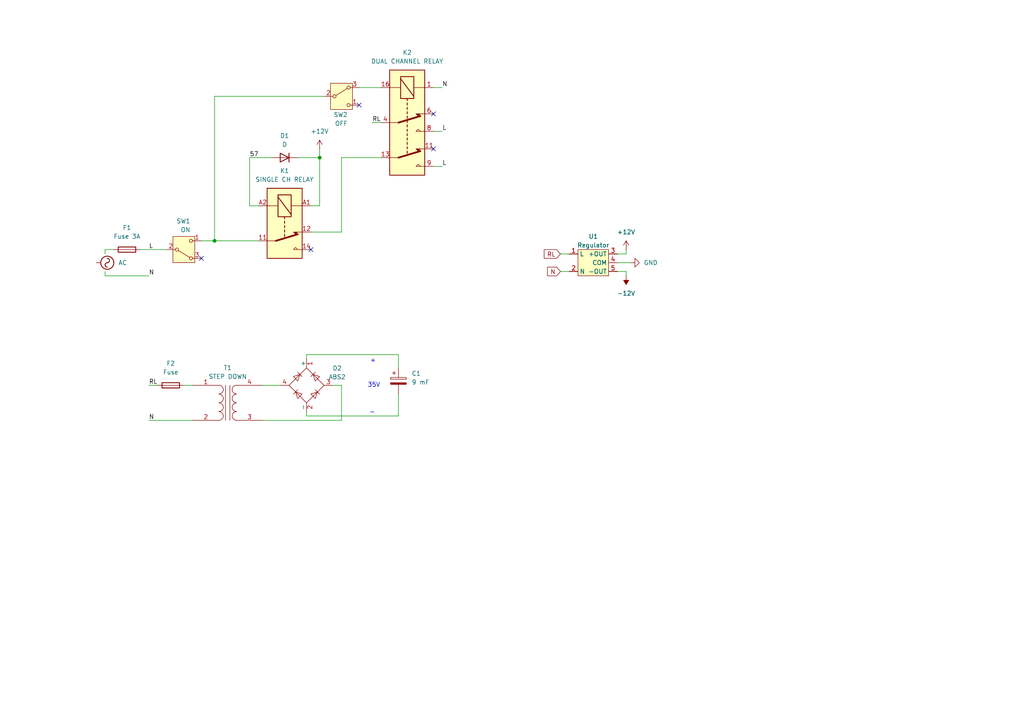
<source format=kicad_sch>
(kicad_sch (version 20231120) (generator "eeschema") (generator_version "8.0")
  (paper "A4")
  (lib_symbols
    (symbol "Device:C_Polarized" (pin_numbers hide) (pin_names (offset 0.254))
      (property "Reference" "C" (at 0.635 2.54 0))
      (property "Value" "C_Polarized" (at 0.635 -2.54 0))
      (symbol "C_Polarized_0_1"
        (rectangle (start -2.286 0.508) (end 2.286 1.016))
        (polyline (pts (xy -1.778 2.286) (xy -0.762 2.286)))
        (polyline (pts (xy -1.27 2.794) (xy -1.27 1.778)))
        (rectangle (start 2.286 -0.508) (end -2.286 -1.016) (fill (type outline)))
      )
      (symbol "C_Polarized_1_1"
        (pin passive line (at 0 3.81 270) (length 2.794) (name "~") (number "1"))
        (pin passive line (at 0 -3.81 90) (length 2.794) (name "~") (number "2"))
      )
    )
    (symbol "Device:D" (pin_numbers hide) (pin_names (offset 1.016) hide)
      (property "Reference" "D" (at 0 2.54 0))
      (property "Value" "D" (at 0 -2.54 0))
      (symbol "D_0_1"
        (polyline (pts (xy -1.27 1.27) (xy -1.27 -1.27)) (stroke (width 0.254)))
        (polyline (pts (xy 1.27 0) (xy -1.27 0)))
        (polyline (pts (xy 1.27 1.27) (xy 1.27 -1.27) (xy -1.27 0) (xy 1.27 1.27)) (stroke (width 0.254)))
      )
      (symbol "D_1_1"
        (pin passive line (at -3.81 0 0) (length 2.54) (name "K") (number "1"))
        (pin passive line (at 3.81 0 180) (length 2.54) (name "A") (number "2"))
      )
    )
    (symbol "Device:Fuse" (pin_numbers hide) (pin_names (offset 0))
      (property "Reference" "F" (at 2.032 0 90))
      (property "Value" "Fuse" (at -1.905 0 90))
      (symbol "Fuse_0_1"
        (rectangle (start -0.762 -2.54) (end 0.762 2.54) (stroke (width 0.254)))
        (polyline (pts (xy 0 2.54) (xy 0 -2.54)))
      )
      (symbol "Fuse_1_1"
        (pin passive line (at 0 3.81 270) (length 1.27) (name "~") (number "1"))
        (pin passive line (at 0 -3.81 90) (length 1.27) (name "~") (number "2"))
      )
    )
    (symbol "Device:Transformer_1P_1S" (pin_names (offset 1.016) hide)
      (property "Reference" "T" (at 0 6.35 0))
      (property "Value" "Transformer_1P_1S" (at 0 -7.62 0))
      (symbol "Transformer_1P_1S_0_1"
        (arc (start -2.54 -5.0546) (mid -1.6599 -4.6901) (end -1.27 -3.81))
        (arc (start -2.54 -2.5146) (mid -1.6599 -2.1501) (end -1.27 -1.27))
        (arc (start -2.54 0.0254) (mid -1.6599 0.3899) (end -1.27 1.27))
        (arc (start -2.54 2.5654) (mid -1.6599 2.9299) (end -1.27 3.81))
        (arc (start -1.27 -3.81) (mid -1.642 -2.912) (end -2.54 -2.54))
        (arc (start -1.27 -1.27) (mid -1.642 -0.372) (end -2.54 0))
        (arc (start -1.27 1.27) (mid -1.642 2.168) (end -2.54 2.54))
        (arc (start -1.27 3.81) (mid -1.642 4.708) (end -2.54 5.08))
        (polyline (pts (xy -0.635 5.08) (xy -0.635 -5.08)))
        (polyline (pts (xy 0.635 -5.08) (xy 0.635 5.08)))
        (arc (start 1.2954 -1.27) (mid 1.6599 -2.1501) (end 2.54 -2.5146))
        (arc (start 1.2954 1.27) (mid 1.6599 0.3899) (end 2.54 0.0254))
        (arc (start 1.2954 3.81) (mid 1.6599 2.9299) (end 2.54 2.5654))
        (arc (start 1.3208 -3.81) (mid 1.6853 -4.6901) (end 2.5654 -5.0546))
        (arc (start 2.54 0) (mid 1.642 -0.372) (end 1.2954 -1.27))
        (arc (start 2.54 2.54) (mid 1.642 2.168) (end 1.2954 1.27))
        (arc (start 2.54 5.08) (mid 1.642 4.708) (end 1.2954 3.81))
        (arc (start 2.5654 -2.54) (mid 1.6674 -2.912) (end 1.3208 -3.81))
      )
      (symbol "Transformer_1P_1S_1_1"
        (pin passive line (at -10.16 5.08 0) (length 7.62) (name "AA") (number "1"))
        (pin passive line (at -10.16 -5.08 0) (length 7.62) (name "AB") (number "2"))
        (pin passive line (at 10.16 -5.08 180) (length 7.62) (name "SA") (number "3"))
        (pin passive line (at 10.16 5.08 180) (length 7.62) (name "SB") (number "4"))
      )
    )
    (symbol "Diode_Bridge:ABS2" (pin_names (offset 0))
      (property "Reference" "D" (at 2.54 6.985 0))
      (property "Value" "ABS2" (at 2.54 5.08 0))
      (symbol "ABS2_0_1"
        (polyline (pts (xy -2.54 3.81) (xy -1.27 2.54)))
        (polyline (pts (xy -1.27 -2.54) (xy -2.54 -3.81)))
        (polyline (pts (xy 2.54 -1.27) (xy 3.81 -2.54)))
        (polyline (pts (xy 2.54 1.27) (xy 3.81 2.54)))
        (polyline (pts (xy -3.81 2.54) (xy -2.54 1.27) (xy -1.905 3.175) (xy -3.81 2.54)))
        (polyline (pts (xy -2.54 -1.27) (xy -3.81 -2.54) (xy -1.905 -3.175) (xy -2.54 -1.27)))
        (polyline (pts (xy 1.27 2.54) (xy 2.54 3.81) (xy 3.175 1.905) (xy 1.27 2.54)))
        (polyline (pts (xy 3.175 -1.905) (xy 1.27 -2.54) (xy 2.54 -3.81) (xy 3.175 -1.905)))
        (polyline (pts (xy -5.08 0) (xy 0 -5.08) (xy 5.08 0) (xy 0 5.08) (xy -5.08 0)))
      )
      (symbol "ABS2_1_1"
        (pin passive line (at 7.62 0 180) (length 2.54) (name "+") (number "1"))
        (pin passive line (at -7.62 0 0) (length 2.54) (name "-") (number "2"))
        (pin passive line (at 0 -7.62 90) (length 2.54) (name "~") (number "3"))
        (pin passive line (at 0 7.62 270) (length 2.54) (name "~") (number "4"))
      )
    )
    (symbol "Relay:Fujitsu_FTR-LYCA005x"
      (property "Reference" "K" (at 11.43 3.81 0))
      (property "Value" "Fujitsu_FTR-LYCA005x" (at 11.43 1.27 0))
      (symbol "Fujitsu_FTR-LYCA005x_0_0"
        (polyline (pts (xy 7.62 5.08) (xy 7.62 2.54) (xy 6.985 3.175) (xy 7.62 3.81)))
      )
      (symbol "Fujitsu_FTR-LYCA005x_0_1"
        (rectangle (start -10.16 5.08) (end 10.16 -5.08) (stroke (width 0.254)) (fill (type background)))
        (rectangle (start -8.255 1.905) (end -1.905 -1.905) (stroke (width 0.254)))
        (polyline (pts (xy -7.62 -1.905) (xy -2.54 1.905)) (stroke (width 0.254)))
        (polyline (pts (xy -5.08 -5.08) (xy -5.08 -1.905)))
        (polyline (pts (xy -5.08 5.08) (xy -5.08 1.905)))
        (polyline (pts (xy -1.905 0) (xy -1.27 0)) (stroke (width 0.254)))
        (polyline (pts (xy -0.635 0) (xy 0 0)) (stroke (width 0.254)))
        (polyline (pts (xy 0.635 0) (xy 1.27 0)) (stroke (width 0.254)))
        (polyline (pts (xy 1.905 0) (xy 2.54 0)) (stroke (width 0.254)))
        (polyline (pts (xy 3.175 0) (xy 3.81 0)) (stroke (width 0.254)))
        (polyline (pts (xy 5.08 -2.54) (xy 3.175 3.81)) (stroke (width 0.508)))
        (polyline (pts (xy 5.08 -2.54) (xy 5.08 -5.08)))
        (polyline (pts (xy 2.54 5.08) (xy 2.54 2.54) (xy 3.175 3.175) (xy 2.54 3.81)) (fill (type outline)))
      )
      (symbol "Fujitsu_FTR-LYCA005x_1_1"
        (pin passive line (at 5.08 -7.62 90) (length 2.54) (name "~") (number "11"))
        (pin passive line (at 2.54 7.62 270) (length 2.54) (name "~") (number "12"))
        (pin passive line (at 7.62 7.62 270) (length 2.54) (name "~") (number "14"))
        (pin passive line (at -5.08 7.62 270) (length 2.54) (name "~") (number "A1"))
        (pin passive line (at -5.08 -7.62 90) (length 2.54) (name "~") (number "A2"))
      )
    )
    (symbol "Relay:G5V-2"
      (property "Reference" "K" (at 16.51 3.81 0))
      (property "Value" "G5V-2" (at 16.51 1.27 0))
      (symbol "G5V-2_0_1"
        (rectangle (start -15.24 5.08) (end 15.24 -5.08) (stroke (width 0.254)) (fill (type background)))
        (rectangle (start -13.335 1.905) (end -6.985 -1.905) (stroke (width 0.254)))
        (polyline (pts (xy -12.7 -1.905) (xy -7.62 1.905)) (stroke (width 0.254)))
        (polyline (pts (xy -10.16 -5.08) (xy -10.16 -1.905)))
        (polyline (pts (xy -10.16 5.08) (xy -10.16 1.905)))
        (polyline (pts (xy -6.985 0) (xy -6.35 0)) (stroke (width 0.254)))
        (polyline (pts (xy -5.715 0) (xy -5.08 0)) (stroke (width 0.254)))
        (polyline (pts (xy -4.445 0) (xy -3.81 0)) (stroke (width 0.254)))
        (polyline (pts (xy -3.175 0) (xy -2.54 0)) (stroke (width 0.254)))
        (polyline (pts (xy -1.905 0) (xy -1.27 0)) (stroke (width 0.254)))
        (polyline (pts (xy -0.635 0) (xy 0 0)) (stroke (width 0.254)))
        (polyline (pts (xy 0 -2.54) (xy -1.905 3.81)) (stroke (width 0.508)))
        (polyline (pts (xy 0 -2.54) (xy 0 -5.08)))
        (polyline (pts (xy 0.635 0) (xy 1.27 0)) (stroke (width 0.254)))
        (polyline (pts (xy 1.905 0) (xy 2.54 0)) (stroke (width 0.254)))
        (polyline (pts (xy 3.175 0) (xy 3.81 0)) (stroke (width 0.254)))
        (polyline (pts (xy 4.445 0) (xy 5.08 0)) (stroke (width 0.254)))
        (polyline (pts (xy 5.715 0) (xy 6.35 0)) (stroke (width 0.254)))
        (polyline (pts (xy 6.985 0) (xy 7.62 0)) (stroke (width 0.254)))
        (polyline (pts (xy 8.255 0) (xy 8.89 0)) (stroke (width 0.254)))
        (polyline (pts (xy 10.16 -2.54) (xy 8.255 3.81)) (stroke (width 0.508)))
        (polyline (pts (xy 10.16 -2.54) (xy 10.16 -5.08)))
        (polyline (pts (xy -2.54 5.08) (xy -2.54 2.54) (xy -1.905 3.175) (xy -2.54 3.81)) (fill (type outline)))
        (polyline (pts (xy 2.54 5.08) (xy 2.54 2.54) (xy 1.905 3.175) (xy 2.54 3.81)))
        (polyline (pts (xy 7.62 5.08) (xy 7.62 2.54) (xy 8.255 3.175) (xy 7.62 3.81)) (fill (type outline)))
        (polyline (pts (xy 12.7 5.08) (xy 12.7 2.54) (xy 12.065 3.175) (xy 12.7 3.81)))
      )
      (symbol "G5V-2_1_1"
        (pin passive line (at -10.16 7.62 270) (length 2.54) (name "~") (number "1"))
        (pin passive line (at 7.62 7.62 270) (length 2.54) (name "~") (number "11"))
        (pin passive line (at 10.16 -7.62 90) (length 2.54) (name "~") (number "13"))
        (pin passive line (at -10.16 -7.62 90) (length 2.54) (name "~") (number "16"))
        (pin passive line (at 0 -7.62 90) (length 2.54) (name "~") (number "4"))
        (pin passive line (at -2.54 7.62 270) (length 2.54) (name "~") (number "6"))
        (pin passive line (at 2.54 7.62 270) (length 2.54) (name "~") (number "8"))
        (pin passive line (at 12.7 7.62 270) (length 2.54) (name "~") (number "9"))
      )
    )
    (symbol "Switch:SW_Nidec_CAS-120A1" (pin_names (offset 1) hide)
      (property "Reference" "SW" (at 0 4.318 0))
      (property "Value" "SW_Nidec_CAS-120A1" (at 0 -5.08 0))
      (symbol "SW_Nidec_CAS-120A1_0_1"
        (circle (center -2.032 0) (radius 0.4572))
        (polyline (pts (xy -1.651 0.254) (xy 1.651 2.286)))
        (circle (center 2.032 -2.54) (radius 0.4572))
        (circle (center 2.032 2.54) (radius 0.4572))
      )
      (symbol "SW_Nidec_CAS-120A1_1_1"
        (rectangle (start -3.175 3.81) (end 3.175 -3.81) (fill (type background)))
        (pin passive line (at 5.08 -2.54 180) (length 2.54) (name "C") (number "1"))
        (pin passive line (at -5.08 0 0) (length 2.54) (name "B") (number "2"))
        (pin passive line (at 5.08 2.54 180) (length 2.54) (name "A") (number "3"))
      )
    )
    (symbol "ecp:Regulator"
      (property "Reference" "U" (at 0 2.794 0))
      (symbol "Regulator_1_1"
        (rectangle (start -3.81 1.27) (end 5.08 -6.35) (fill (type background)))
        (pin input line (at -6.35 0 0) (length 2.54) (name "L") (number "1"))
        (pin input line (at -6.35 -5.08 0) (length 2.54) (name "N") (number "2"))
        (pin output line (at 7.62 0 180) (length 2.54) (name "+OUT") (number "3"))
        (pin output line (at 7.62 -2.54 180) (length 2.54) (name "COM") (number "4"))
        (pin output line (at 7.62 -5.08 180) (length 2.54) (name "-OUT") (number "5"))
      )
    )
    (symbol "power:+12V" (power) (pin_numbers hide) (pin_names (offset 0) hide)
      (property "Value" "+12V" (at 0 3.556 0))
      (symbol "+12V_0_1"
        (polyline (pts (xy -0.762 1.27) (xy 0 2.54)))
        (polyline (pts (xy 0 0) (xy 0 2.54)))
        (polyline (pts (xy 0 2.54) (xy 0.762 1.27)))
      )
      (symbol "+12V_1_1"
        (pin power_in line (at 0 0 90) (length 0) (name "~") (number "1"))
      )
    )
    (symbol "power:-12V" (power) (pin_numbers hide) (pin_names (offset 0) hide)
      (property "Value" "-12V" (at 0 3.556 0))
      (symbol "-12V_0_0"
        (pin power_in line (at 0 0 90) (length 0) (name "~") (number "1"))
      )
      (symbol "-12V_0_1"
        (polyline (pts (xy 0 0) (xy 0 1.27) (xy 0.762 1.27) (xy 0 2.54) (xy -0.762 1.27) (xy 0 1.27)) (fill (type outline)))
      )
    )
    (symbol "power:AC" (power) (pin_numbers hide) (pin_names (offset 0) hide)
      (property "Value" "AC" (at 0 6.35 0))
      (symbol "AC_0_1"
        (polyline (pts (xy 0 0) (xy 0 1.27)))
        (arc (start 0 3.175) (mid -0.635 3.8073) (end -1.27 3.175) (stroke (width 0.254)))
        (arc (start 0 3.175) (mid 0.635 2.5427) (end 1.27 3.175) (stroke (width 0.254)))
        (circle (center 0 3.175) (radius 1.905) (stroke (width 0.254)))
      )
      (symbol "AC_1_1"
        (pin power_in line (at 0 0 90) (length 0) (name "~") (number "1"))
      )
    )
    (symbol "power:GND" (power) (pin_numbers hide) (pin_names (offset 0) hide)
      (property "Value" "GND" (at 0 -3.81 0))
      (symbol "GND_0_1"
        (polyline (pts (xy 0 0) (xy 0 -1.27) (xy 1.27 -1.27) (xy 0 -2.54) (xy -1.27 -1.27) (xy 0 -1.27)))
      )
      (symbol "GND_1_1"
        (pin power_in line (at 0 0 270) (length 0) (name "~") (number "1"))
      )
    )
  )
  (junction (at 62.23 69.85))
  (junction (at 92.71 45.72))
  (no_connect (at 125.73 43.18))
  (no_connect (at 58.42 74.93))
  (no_connect (at 125.73 33.02))
  (no_connect (at 104.14 30.48))
  (no_connect (at 90.17 72.39))
  (wire (pts (xy 162.56 78.74) (xy 165.1 78.74)))
  (wire (pts (xy 40.64 72.39) (xy 48.26 72.39)))
  (wire (pts (xy 30.48 78.74) (xy 30.48 80.01)))
  (wire (pts (xy 33.02 72.39) (xy 30.48 72.39)))
  (wire (pts (xy 179.07 76.2) (xy 182.88 76.2)))
  (wire (pts (xy 62.23 69.85) (xy 74.93 69.85)))
  (wire (pts (xy 115.57 120.65) (xy 115.57 114.3)))
  (wire (pts (xy 58.42 69.85) (xy 62.23 69.85)))
  (wire (pts (xy 76.2 121.92) (xy 99.06 121.92)))
  (wire (pts (xy 96.52 111.76) (xy 99.06 111.76)))
  (wire (pts (xy 115.57 106.68) (xy 115.57 102.87)))
  (wire (pts (xy 88.9 119.38) (xy 88.9 120.65)))
  (wire (pts (xy 104.14 25.4) (xy 110.49 25.4)))
  (wire (pts (xy 110.49 45.72) (xy 99.06 45.72)))
  (wire (pts (xy 125.73 48.26) (xy 128.27 48.26)))
  (wire (pts (xy 181.61 80.01) (xy 181.61 78.74)))
  (wire (pts (xy 99.06 67.31) (xy 90.17 67.31)))
  (wire (pts (xy 99.06 45.72) (xy 99.06 67.31)))
  (wire (pts (xy 125.73 38.1) (xy 128.27 38.1)))
  (wire (pts (xy 88.9 102.87) (xy 88.9 104.14)))
  (wire (pts (xy 181.61 72.39) (xy 181.61 73.66)))
  (wire (pts (xy 107.95 35.56) (xy 110.49 35.56)))
  (wire (pts (xy 62.23 27.94) (xy 62.23 69.85)))
  (wire (pts (xy 43.18 80.01) (xy 30.48 80.01)))
  (wire (pts (xy 76.2 111.76) (xy 81.28 111.76)))
  (wire (pts (xy 72.39 59.69) (xy 74.93 59.69)))
  (wire (pts (xy 99.06 111.76) (xy 99.06 121.92)))
  (wire (pts (xy 181.61 78.74) (xy 179.07 78.74)))
  (wire (pts (xy 92.71 59.69) (xy 90.17 59.69)))
  (wire (pts (xy 86.36 45.72) (xy 92.71 45.72)))
  (wire (pts (xy 72.39 45.72) (xy 78.74 45.72)))
  (wire (pts (xy 88.9 120.65) (xy 115.57 120.65)))
  (wire (pts (xy 92.71 45.72) (xy 92.71 59.69)))
  (wire (pts (xy 88.9 102.87) (xy 115.57 102.87)))
  (wire (pts (xy 92.71 43.18) (xy 92.71 45.72)))
  (wire (pts (xy 30.48 72.39) (xy 30.48 73.66)))
  (wire (pts (xy 43.18 121.92) (xy 55.88 121.92)))
  (wire (pts (xy 181.61 73.66) (xy 179.07 73.66)))
  (wire (pts (xy 43.18 111.76) (xy 45.72 111.76)))
  (wire (pts (xy 53.34 111.76) (xy 55.88 111.76)))
  (wire (pts (xy 93.98 27.94) (xy 62.23 27.94)))
  (wire (pts (xy 72.39 45.72) (xy 72.39 59.69)))
  (wire (pts (xy 162.56 73.66) (xy 165.1 73.66)))
  (wire (pts (xy 125.73 25.4) (xy 128.27 25.4)))
  (text "35V" (at 108.458 111.76 0) (effects (font (size 1.27 1.27))))
  (text "+" (at 108.204 104.648 0) (effects (font (size 1.27 1.27))))
  (text "-" (at 107.95 119.634 0) (effects (font (size 1.27 1.27))))
  (label "L" (at 128.27 48.26 0))
  (label "N" (at 43.18 80.01 0))
  (label "L" (at 128.27 38.1 0))
  (label "N" (at 43.18 121.92 0))
  (label "57" (at 72.39 45.72 0))
  (label "RL" (at 107.95 35.56 0))
  (label "RL" (at 43.18 111.76 0))
  (label "L" (at 43.18 72.39 0))
  (label "N" (at 128.27 25.4 0))
  (global_label "RL" (shape input) (at 162.56 73.66 180) (property "Intersheetrefs" "${INTERSHEET_REFS}" (effects (hide yes))))
  (global_label "N" (shape input) (at 162.56 78.74 180) (property "Intersheetrefs" "${INTERSHEET_REFS}" (effects (hide yes))))
  (symbol (lib_id "Switch:SW_Nidec_CAS-120A1") (at 53.34 72.39 0) (mirror x) (unit 1)
    (property "Reference" "SW1" (at 55.245 64.1349 0) (effects (justify right)))
    (property "Value" "ON" (at 55.245 66.6749 0) (effects (justify right)))
    (property "Footprint" "Button_Switch_SMD:Nidec_Copal_CAS-120A" (effects (hide yes)))
    (property "Datasheet" "https://www.nidec-components.com/e/catalog/switch/cas.pdf" (effects (hide yes)))
    (property "Description" "Switch, single pole double throw" (effects (hide yes)))
  )
  (symbol (lib_id "Relay:G5V-2") (at 118.11 35.56 270) (unit 1)
    (property "Reference" "K2" (at 118.11 15.24 90))
    (property "Value" "DUAL CHANNEL RELAY" (at 118.11 17.78 90))
    (property "Footprint" "Relay_THT:Relay_DPDT_Omron_G5V-2" (effects (hide yes)))
    (property "Datasheet" "http://omronfs.omron.com/en_US/ecb/products/pdf/en-g5v_2.pdf" (effects (hide yes)))
    (property "Description" "Relay Miniature Omron DPDT" (effects (hide yes)))
  )
  (symbol (lib_id "Switch:SW_Nidec_CAS-120A1") (at 99.06 27.94 0) (unit 1)
    (property "Reference" "SW2" (at 100.838 33.274 0) (effects (justify right)))
    (property "Value" "OFF" (at 100.838 35.814 0) (effects (justify right)))
    (property "Footprint" "Button_Switch_SMD:Nidec_Copal_CAS-120A" (effects (hide yes)))
    (property "Datasheet" "https://www.nidec-components.com/e/catalog/switch/cas.pdf" (effects (hide yes)))
    (property "Description" "Switch, single pole double throw" (effects (hide yes)))
  )
  (symbol (lib_id "power:GND") (at 182.88 76.2 90) (unit 1)
    (property "Reference" "#PWR04" (effects (hide yes)))
    (property "Value" "GND" (at 186.69 76.1999 90) (effects (justify right)))
    (property "Description" "Power symbol creates a global label with name \"GND\" , ground" (effects (hide yes)))
  )
  (symbol (lib_id "ecp:Regulator") (at 171.45 73.66 0) (unit 1)
    (property "Reference" "U1" (at 172.085 68.58 0))
    (property "Value" "Regulator" (at 172.085 71.12 0))
  )
  (symbol (lib_id "Diode_Bridge:ABS2") (at 88.9 111.76 90) (unit 1)
    (property "Reference" "D2" (at 97.79 106.8068 90))
    (property "Value" "ABS2" (at 97.79 109.3468 90))
    (property "Footprint" "Diode_SMD:Diode_Bridge_Diotec_ABS" (effects (hide yes)))
    (property "Datasheet" "https://diotec.com/tl_files/diotec/files/pdf/datasheets/abs2.pdf" (effects (hide yes)))
    (property "Description" "Miniature Glass Passivated Single-Phase Surface Mount Bridge Rectifiers, 140V Vrms, 0.8A If, ABS SMD package" (effects (hide yes)))
  )
  (symbol (lib_id "Device:Fuse") (at 36.83 72.39 90) (unit 1)
    (property "Reference" "F1" (at 36.83 66.04 90))
    (property "Value" "Fuse 3A" (at 36.83 68.58 90))
    (property "Description" "Fuse" (effects (hide yes)))
  )
  (symbol (lib_id "power:+12V") (at 92.71 43.18 0) (unit 1)
    (property "Reference" "#PWR01" (effects (hide yes)))
    (property "Value" "+12V" (at 92.71 38.1 0))
    (property "Description" "Power symbol creates a global label with name \"+12V\"" (effects (hide yes)))
  )
  (symbol (lib_id "Device:Transformer_1P_1S") (at 66.04 116.84 0) (unit 1)
    (property "Reference" "T1" (at 66.0527 106.68 0))
    (property "Value" "STEP DOWN" (at 66.0527 109.22 0))
    (property "Description" "Transformer, single primary, single secondary" (effects (hide yes)))
  )
  (symbol (lib_id "Device:Fuse") (at 49.53 111.76 270) (unit 1)
    (property "Reference" "F2" (at 49.53 105.41 90))
    (property "Value" "Fuse" (at 49.53 107.95 90))
    (property "Description" "Fuse" (effects (hide yes)))
  )
  (symbol (lib_id "power:AC") (at 27.94 76.2 270) (unit 1)
    (property "Reference" "#PWR05" (effects (hide yes)))
    (property "Value" "AC" (at 34.29 76.1999 90) (effects (justify left)))
    (property "Description" "Power symbol creates a global label with name \"AC\"" (effects (hide yes)))
  )
  (symbol (lib_id "power:-12V") (at 181.61 80.01 180) (unit 1)
    (property "Reference" "#PWR03" (effects (hide yes)))
    (property "Value" "-12V" (at 181.61 85.09 0))
    (property "Description" "Power symbol creates a global label with name \"-12V\"" (effects (hide yes)))
  )
  (symbol (lib_id "Relay:Fujitsu_FTR-LYCA005x") (at 82.55 64.77 270) (unit 1)
    (property "Reference" "K1" (at 82.55 49.53 90))
    (property "Value" "SINGLE CH RELAY" (at 82.55 52.07 90))
    (property "Footprint" "Relay_THT:Relay_SPDT_Fujitsu_FTR-LYCA005x_FormC_Vertical" (effects (hide yes)))
    (property "Datasheet" "https://www.fujitsu.com/sg/imagesgig5/ftr-ly.pdf" (effects (hide yes)))
    (property "Description" "Relay, SPDT Form C, vertical mount, 5-60V coil, 6A, 250VAC, 28 x 5 x 15mm" (effects (hide yes)))
  )
  (symbol (lib_id "Device:C_Polarized") (at 115.57 110.49 0) (unit 1)
    (property "Reference" "C1" (at 119.38 108.3309 0) (effects (justify left)))
    (property "Value" "9 mF" (at 119.38 110.8709 0) (effects (justify left)))
    (property "Description" "Polarized capacitor" (effects (hide yes)))
  )
  (symbol (lib_id "Device:D") (at 82.55 45.72 180) (unit 1)
    (property "Reference" "D1" (at 82.55 39.37 0))
    (property "Value" "D" (at 82.55 41.91 0))
    (property "Description" "Diode" (effects (hide yes)))
    (property "Sim.Device" "D" (effects (hide yes)))
    (property "Sim.Pins" "1=K 2=A" (effects (hide yes)))
  )
  (symbol (lib_id "power:+12V") (at 181.61 72.39 0) (unit 1)
    (property "Reference" "#PWR02" (effects (hide yes)))
    (property "Value" "+12V" (at 181.61 67.31 0))
    (property "Description" "Power symbol creates a global label with name \"+12V\"" (effects (hide yes)))
  )
)
</source>
